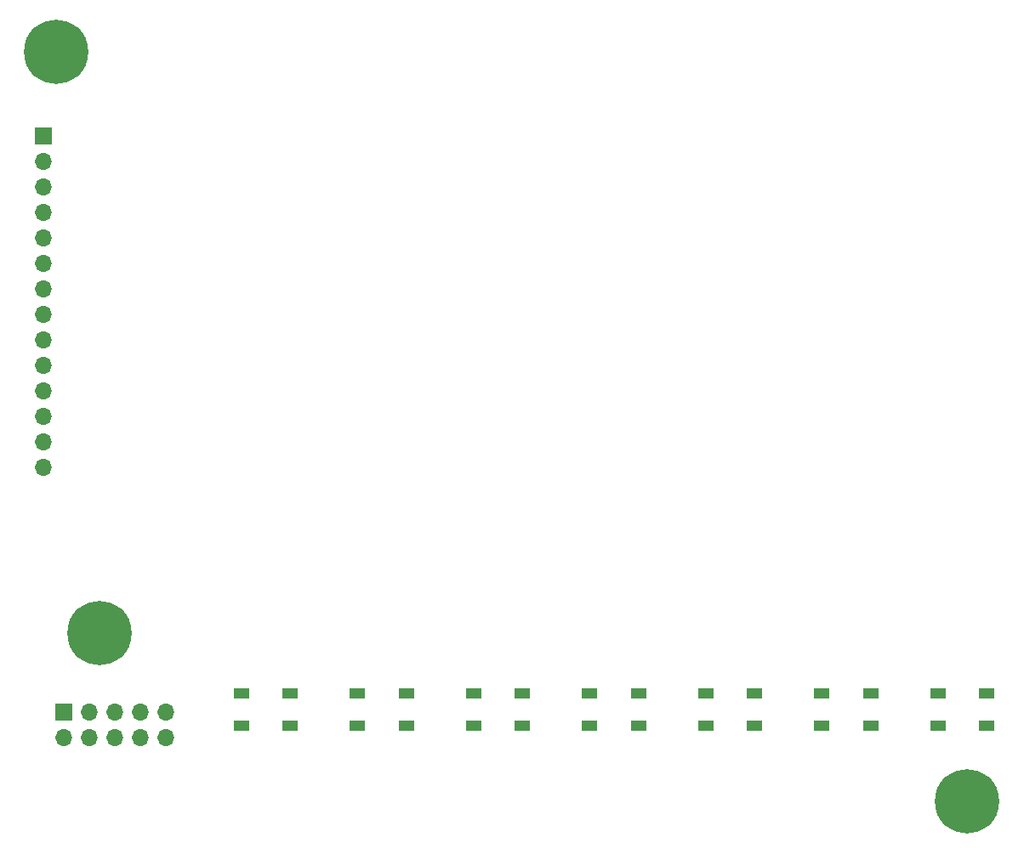
<source format=gbr>
%TF.GenerationSoftware,KiCad,Pcbnew,(6.0.7)*%
%TF.CreationDate,2023-04-15T21:14:02+02:00*%
%TF.ProjectId,LED board,4c454420-626f-4617-9264-2e6b69636164,rev?*%
%TF.SameCoordinates,Original*%
%TF.FileFunction,Soldermask,Top*%
%TF.FilePolarity,Negative*%
%FSLAX46Y46*%
G04 Gerber Fmt 4.6, Leading zero omitted, Abs format (unit mm)*
G04 Created by KiCad (PCBNEW (6.0.7)) date 2023-04-15 21:14:02*
%MOMM*%
%LPD*%
G01*
G04 APERTURE LIST*
%ADD10R,1.500000X1.000000*%
%ADD11C,6.400000*%
%ADD12R,1.700000X1.700000*%
%ADD13O,1.700000X1.700000*%
G04 APERTURE END LIST*
D10*
%TO.C,D4*%
X174461000Y-135052000D03*
X174461000Y-138252000D03*
X179361000Y-138252000D03*
X179361000Y-135052000D03*
%TD*%
D11*
%TO.C,*%
X125730000Y-129032000D03*
%TD*%
D12*
%TO.C,J1*%
X120142000Y-79502000D03*
D13*
X120142000Y-82042000D03*
X120142000Y-84582000D03*
X120142000Y-87122000D03*
X120142000Y-89662000D03*
X120142000Y-92202000D03*
X120142000Y-94742000D03*
X120142000Y-97282000D03*
X120142000Y-99822000D03*
X120142000Y-102362000D03*
X120142000Y-104902000D03*
X120142000Y-107442000D03*
X120142000Y-109982000D03*
X120142000Y-112522000D03*
%TD*%
D12*
%TO.C,J2*%
X122174000Y-136906000D03*
D13*
X122174000Y-139446000D03*
X124714000Y-136906000D03*
X124714000Y-139446000D03*
X127254000Y-136906000D03*
X127254000Y-139446000D03*
X129794000Y-136906000D03*
X129794000Y-139446000D03*
X132334000Y-136906000D03*
X132334000Y-139446000D03*
%TD*%
D10*
%TO.C,D3*%
X162904000Y-135052000D03*
X162904000Y-138252000D03*
X167804000Y-138252000D03*
X167804000Y-135052000D03*
%TD*%
%TO.C,D6*%
X197575000Y-135052000D03*
X197575000Y-138252000D03*
X202475000Y-138252000D03*
X202475000Y-135052000D03*
%TD*%
%TO.C,D2*%
X151347000Y-135052000D03*
X151347000Y-138252000D03*
X156247000Y-138252000D03*
X156247000Y-135052000D03*
%TD*%
D11*
%TO.C,*%
X212090000Y-145796000D03*
%TD*%
D10*
%TO.C,D1*%
X139790000Y-135052000D03*
X139790000Y-138252000D03*
X144690000Y-138252000D03*
X144690000Y-135052000D03*
%TD*%
%TO.C,D5*%
X186018000Y-135052000D03*
X186018000Y-138252000D03*
X190918000Y-138252000D03*
X190918000Y-135052000D03*
%TD*%
%TO.C,D7*%
X209132000Y-135052000D03*
X209132000Y-138252000D03*
X214032000Y-138252000D03*
X214032000Y-135052000D03*
%TD*%
D11*
%TO.C,*%
X121412000Y-71120000D03*
%TD*%
M02*

</source>
